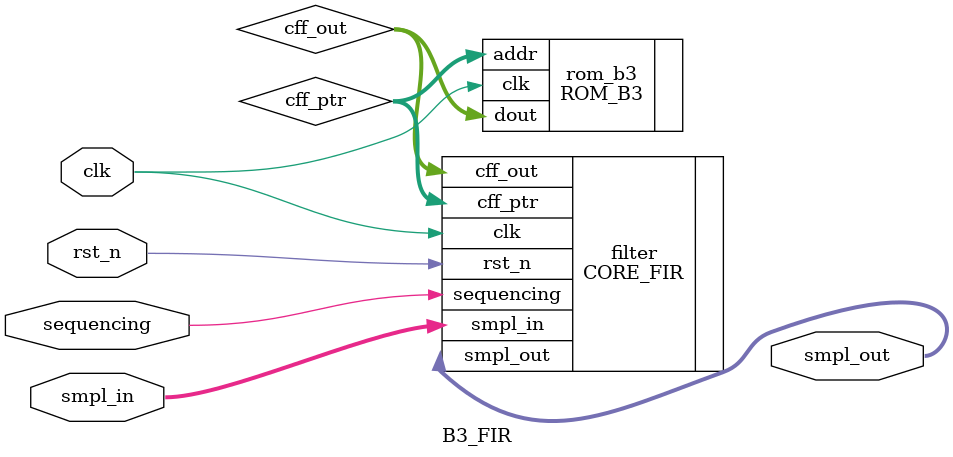
<source format=sv>
module B3_FIR(clk, rst_n, sequencing, smpl_in, smpl_out);

input clk, rst_n, sequencing;
input signed [15:0] smpl_in;

reg [9:0] cff_ptr;
reg signed [15:0] cff_out;
output reg [15:0] smpl_out;

ROM_B3 rom_b3(.clk(clk), .addr(cff_ptr), .dout(cff_out));

CORE_FIR filter(.clk(clk),
                .rst_n(rst_n),
                .sequencing(sequencing),
                .smpl_in(smpl_in),
                .smpl_out(smpl_out),
                .cff_ptr(cff_ptr),
                .cff_out(cff_out)
                );

endmodule

</source>
